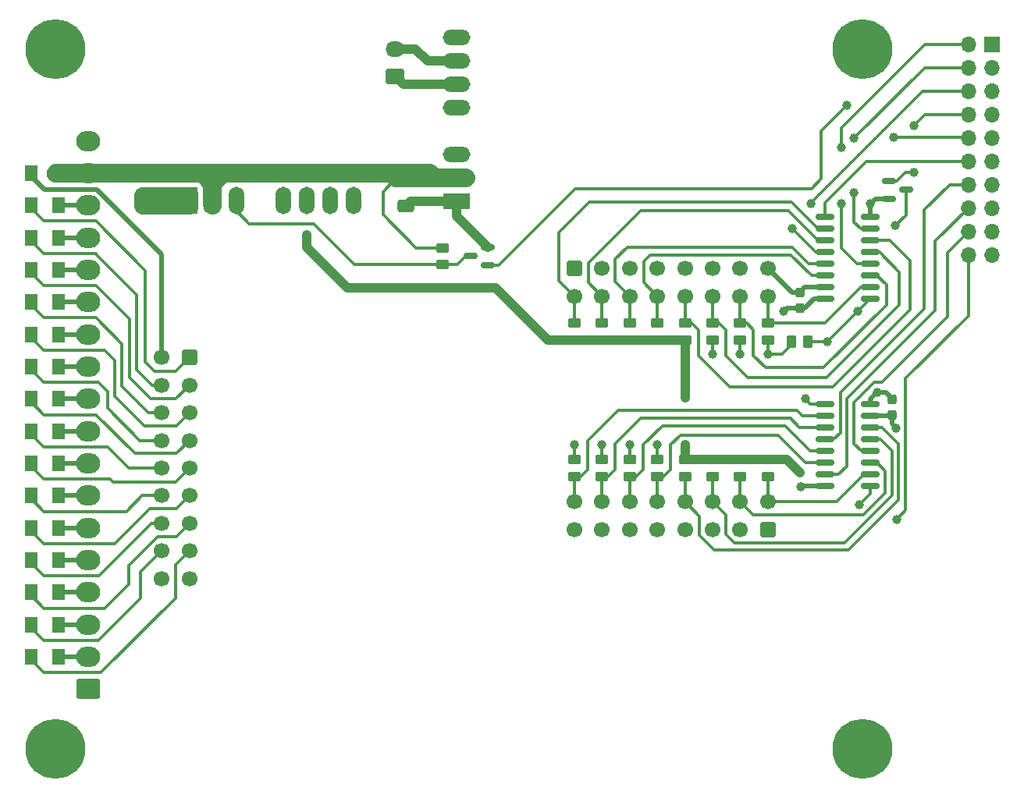
<source format=gbr>
%TF.GenerationSoftware,KiCad,Pcbnew,8.0.9-8.0.9-0~ubuntu24.04.1*%
%TF.CreationDate,2025-03-05T09:33:49+00:00*%
%TF.ProjectId,BMS-Mux-PCB,424d532d-4d75-4782-9d50-43422e6b6963,rev?*%
%TF.SameCoordinates,Original*%
%TF.FileFunction,Copper,L1,Top*%
%TF.FilePolarity,Positive*%
%FSLAX46Y46*%
G04 Gerber Fmt 4.6, Leading zero omitted, Abs format (unit mm)*
G04 Created by KiCad (PCBNEW 8.0.9-8.0.9-0~ubuntu24.04.1) date 2025-03-05 09:33:49*
%MOMM*%
%LPD*%
G01*
G04 APERTURE LIST*
G04 Aperture macros list*
%AMRoundRect*
0 Rectangle with rounded corners*
0 $1 Rounding radius*
0 $2 $3 $4 $5 $6 $7 $8 $9 X,Y pos of 4 corners*
0 Add a 4 corners polygon primitive as box body*
4,1,4,$2,$3,$4,$5,$6,$7,$8,$9,$2,$3,0*
0 Add four circle primitives for the rounded corners*
1,1,$1+$1,$2,$3*
1,1,$1+$1,$4,$5*
1,1,$1+$1,$6,$7*
1,1,$1+$1,$8,$9*
0 Add four rect primitives between the rounded corners*
20,1,$1+$1,$2,$3,$4,$5,0*
20,1,$1+$1,$4,$5,$6,$7,0*
20,1,$1+$1,$6,$7,$8,$9,0*
20,1,$1+$1,$8,$9,$2,$3,0*%
G04 Aperture macros list end*
%TA.AperFunction,SMDPad,CuDef*%
%ADD10RoundRect,0.250000X0.450000X-0.262500X0.450000X0.262500X-0.450000X0.262500X-0.450000X-0.262500X0*%
%TD*%
%TA.AperFunction,SMDPad,CuDef*%
%ADD11RoundRect,0.250000X-0.650000X0.412500X-0.650000X-0.412500X0.650000X-0.412500X0.650000X0.412500X0*%
%TD*%
%TA.AperFunction,SMDPad,CuDef*%
%ADD12RoundRect,0.250001X0.462499X0.624999X-0.462499X0.624999X-0.462499X-0.624999X0.462499X-0.624999X0*%
%TD*%
%TA.AperFunction,ComponentPad*%
%ADD13C,6.500000*%
%TD*%
%TA.AperFunction,SMDPad,CuDef*%
%ADD14RoundRect,0.250000X0.262500X0.450000X-0.262500X0.450000X-0.262500X-0.450000X0.262500X-0.450000X0*%
%TD*%
%TA.AperFunction,ComponentPad*%
%ADD15RoundRect,0.283334X0.726666X-0.566666X0.726666X0.566666X-0.726666X0.566666X-0.726666X-0.566666X0*%
%TD*%
%TA.AperFunction,ComponentPad*%
%ADD16O,2.020000X1.700000*%
%TD*%
%TA.AperFunction,SMDPad,CuDef*%
%ADD17RoundRect,0.250000X-0.450000X0.262500X-0.450000X-0.262500X0.450000X-0.262500X0.450000X0.262500X0*%
%TD*%
%TA.AperFunction,ComponentPad*%
%ADD18R,1.700000X3.000000*%
%TD*%
%TA.AperFunction,ComponentPad*%
%ADD19O,1.700000X3.000000*%
%TD*%
%TA.AperFunction,SMDPad,CuDef*%
%ADD20RoundRect,0.150000X0.587500X0.150000X-0.587500X0.150000X-0.587500X-0.150000X0.587500X-0.150000X0*%
%TD*%
%TA.AperFunction,ComponentPad*%
%ADD21RoundRect,0.283334X0.566666X0.566666X-0.566666X0.566666X-0.566666X-0.566666X0.566666X-0.566666X0*%
%TD*%
%TA.AperFunction,ComponentPad*%
%ADD22C,1.700000*%
%TD*%
%TA.AperFunction,SMDPad,CuDef*%
%ADD23RoundRect,0.150000X-0.587500X-0.150000X0.587500X-0.150000X0.587500X0.150000X-0.587500X0.150000X0*%
%TD*%
%TA.AperFunction,ComponentPad*%
%ADD24R,3.000000X1.700000*%
%TD*%
%TA.AperFunction,ComponentPad*%
%ADD25O,3.000000X1.700000*%
%TD*%
%TA.AperFunction,ComponentPad*%
%ADD26RoundRect,0.275000X1.025000X-0.825000X1.025000X0.825000X-1.025000X0.825000X-1.025000X-0.825000X0*%
%TD*%
%TA.AperFunction,ComponentPad*%
%ADD27O,2.600000X2.200000*%
%TD*%
%TA.AperFunction,ComponentPad*%
%ADD28RoundRect,0.283334X-0.566666X-0.566666X0.566666X-0.566666X0.566666X0.566666X-0.566666X0.566666X0*%
%TD*%
%TA.AperFunction,SMDPad,CuDef*%
%ADD29RoundRect,0.150000X-0.825000X-0.150000X0.825000X-0.150000X0.825000X0.150000X-0.825000X0.150000X0*%
%TD*%
%TA.AperFunction,SMDPad,CuDef*%
%ADD30RoundRect,0.237500X-0.237500X0.300000X-0.237500X-0.300000X0.237500X-0.300000X0.237500X0.300000X0*%
%TD*%
%TA.AperFunction,ComponentPad*%
%ADD31RoundRect,0.283334X-0.566666X0.566666X-0.566666X-0.566666X0.566666X-0.566666X0.566666X0.566666X0*%
%TD*%
%TA.AperFunction,SMDPad,CuDef*%
%ADD32RoundRect,0.150000X0.825000X0.150000X-0.825000X0.150000X-0.825000X-0.150000X0.825000X-0.150000X0*%
%TD*%
%TA.AperFunction,SMDPad,CuDef*%
%ADD33RoundRect,0.237500X0.237500X-0.300000X0.237500X0.300000X-0.237500X0.300000X-0.237500X-0.300000X0*%
%TD*%
%TA.AperFunction,ComponentPad*%
%ADD34R,1.700000X1.700000*%
%TD*%
%TA.AperFunction,ComponentPad*%
%ADD35O,1.700000X1.700000*%
%TD*%
%TA.AperFunction,ViaPad*%
%ADD36C,1.000000*%
%TD*%
%TA.AperFunction,Conductor*%
%ADD37C,1.000000*%
%TD*%
%TA.AperFunction,Conductor*%
%ADD38C,0.350000*%
%TD*%
%TA.AperFunction,Conductor*%
%ADD39C,0.500000*%
%TD*%
%TA.AperFunction,Conductor*%
%ADD40C,0.300000*%
%TD*%
G04 APERTURE END LIST*
D10*
%TO.P,R11,1*%
%TO.N,/SENS_11*%
X132750000Y-101912500D03*
%TO.P,R11,2*%
%TO.N,+3V3*%
X132750000Y-100087500D03*
%TD*%
D11*
%TO.P,C4,1*%
%TO.N,+V_BAT*%
X108500000Y-69437500D03*
%TO.P,C4,2*%
%TO.N,GND*%
X108500000Y-72562500D03*
%TD*%
D12*
%TO.P,F16,1*%
%TO.N,+V_BAT*%
X70787500Y-69000000D03*
%TO.P,F16,2*%
%TO.N,/BATT_16*%
X67812500Y-69000000D03*
%TD*%
%TO.P,F12,1*%
%TO.N,Net-(J4-Pin_13)*%
X70800000Y-83000000D03*
%TO.P,F12,2*%
%TO.N,/BATT_12*%
X67825000Y-83000000D03*
%TD*%
%TO.P,F2,1*%
%TO.N,Net-(J4-Pin_3)*%
X70787500Y-118000000D03*
%TO.P,F2,2*%
%TO.N,/BATT_2*%
X67812500Y-118000000D03*
%TD*%
D13*
%TO.P,H4,1,1*%
%TO.N,unconnected-(H4-Pad1)*%
X70500000Y-131500000D03*
%TD*%
D12*
%TO.P,F3,1*%
%TO.N,Net-(J4-Pin_4)*%
X70800000Y-114500000D03*
%TO.P,F3,2*%
%TO.N,/BATT_3*%
X67825000Y-114500000D03*
%TD*%
D13*
%TO.P,H1,1,1*%
%TO.N,unconnected-(H1-Pad1)*%
X158000000Y-55500000D03*
%TD*%
D14*
%TO.P,R17,1*%
%TO.N,/MUX_SW*%
X152112500Y-87300000D03*
%TO.P,R17,2*%
%TO.N,+3V3*%
X150287500Y-87300000D03*
%TD*%
D15*
%TO.P,J5,1,Pin_1*%
%TO.N,/+12V_ISO*%
X107320000Y-58500000D03*
D16*
%TO.P,J5,2,Pin_2*%
%TO.N,/GND_ISO*%
X107320000Y-55500000D03*
%TD*%
D17*
%TO.P,R6,1*%
%TO.N,/SENS_6*%
X132750000Y-85250000D03*
%TO.P,R6,2*%
%TO.N,+3V3*%
X132750000Y-87075000D03*
%TD*%
D10*
%TO.P,R13,1*%
%TO.N,/SENS_13*%
X138750000Y-101912500D03*
%TO.P,R13,2*%
%TO.N,+3V3*%
X138750000Y-100087500D03*
%TD*%
D12*
%TO.P,F4,1*%
%TO.N,Net-(J4-Pin_5)*%
X70800000Y-111000000D03*
%TO.P,F4,2*%
%TO.N,/BATT_4*%
X67825000Y-111000000D03*
%TD*%
D18*
%TO.P,U4,1,-VIN*%
%TO.N,GND*%
X85000000Y-72000000D03*
D19*
%TO.P,U4,2,+VIN*%
%TO.N,+V_BAT*%
X87540000Y-72000000D03*
%TO.P,U4,3,ON/~{OFF}*%
%TO.N,/EN_SIG*%
X90080000Y-72000000D03*
%TO.P,U4,5,NC*%
%TO.N,unconnected-(U4-NC-Pad5)*%
X95160000Y-72000000D03*
%TO.P,U4,6,+VOUT*%
%TO.N,+3V3*%
X97700000Y-72000000D03*
%TO.P,U4,7,-VOUT*%
%TO.N,GND*%
X100240000Y-72000000D03*
%TO.P,U4,8,NC*%
%TO.N,unconnected-(U4-NC-Pad8)*%
X102780000Y-72000000D03*
%TD*%
D12*
%TO.P,F11,1*%
%TO.N,Net-(J4-Pin_12)*%
X70800000Y-86500000D03*
%TO.P,F11,2*%
%TO.N,/BATT_11*%
X67825000Y-86500000D03*
%TD*%
%TO.P,F15,1*%
%TO.N,Net-(J4-Pin_16)*%
X70800000Y-72500000D03*
%TO.P,F15,2*%
%TO.N,/BATT_15*%
X67825000Y-72500000D03*
%TD*%
%TO.P,F14,1*%
%TO.N,Net-(J4-Pin_15)*%
X70787500Y-76000000D03*
%TO.P,F14,2*%
%TO.N,/BATT_14*%
X67812500Y-76000000D03*
%TD*%
D20*
%TO.P,Q2,1,G*%
%TO.N,/GPIO6_EN*%
X117375000Y-78950000D03*
%TO.P,Q2,2,S*%
%TO.N,GND*%
X117375000Y-77050000D03*
%TO.P,Q2,3,D*%
%TO.N,/EN_SIG*%
X115500000Y-78000000D03*
%TD*%
D12*
%TO.P,F9,1*%
%TO.N,Net-(J4-Pin_10)*%
X70800000Y-93500000D03*
%TO.P,F9,2*%
%TO.N,/BATT_9*%
X67825000Y-93500000D03*
%TD*%
D17*
%TO.P,R8,1*%
%TO.N,/SENS_8*%
X126750000Y-85250000D03*
%TO.P,R8,2*%
%TO.N,+3V3*%
X126750000Y-87075000D03*
%TD*%
%TO.P,R1,1*%
%TO.N,/SENS_1*%
X147750000Y-85250000D03*
%TO.P,R1,2*%
%TO.N,+3V3*%
X147750000Y-87075000D03*
%TD*%
D21*
%TO.P,J2,1,Pin_1*%
%TO.N,GND*%
X147750000Y-107665000D03*
D22*
%TO.P,J2,2,Pin_2*%
X144750000Y-107665000D03*
%TO.P,J2,3,Pin_3*%
X141750000Y-107665000D03*
%TO.P,J2,4,Pin_4*%
X138750000Y-107665000D03*
%TO.P,J2,5,Pin_5*%
X135750000Y-107665000D03*
%TO.P,J2,6,Pin_6*%
X132750000Y-107665000D03*
%TO.P,J2,7,Pin_7*%
X129750000Y-107665000D03*
%TO.P,J2,8,Pin_8*%
X126750000Y-107665000D03*
%TO.P,J2,9,Pin_9*%
%TO.N,/SENS_16*%
X147750000Y-104665000D03*
%TO.P,J2,10,Pin_10*%
%TO.N,/SENS_15*%
X144750000Y-104665000D03*
%TO.P,J2,11,Pin_11*%
%TO.N,/SENS_14*%
X141750000Y-104665000D03*
%TO.P,J2,12,Pin_12*%
%TO.N,/SENS_13*%
X138750000Y-104665000D03*
%TO.P,J2,13,Pin_13*%
%TO.N,/SENS_12*%
X135750000Y-104665000D03*
%TO.P,J2,14,Pin_14*%
%TO.N,/SENS_11*%
X132750000Y-104665000D03*
%TO.P,J2,15,Pin_15*%
%TO.N,/SENS_10*%
X129750000Y-104665000D03*
%TO.P,J2,16,Pin_16*%
%TO.N,/SENS_9*%
X126750000Y-104665000D03*
%TD*%
D23*
%TO.P,Q1,1,G*%
%TO.N,/GPIO5_SW*%
X160862500Y-69850000D03*
%TO.P,Q1,2,S*%
%TO.N,GND*%
X160862500Y-71750000D03*
%TO.P,Q1,3,D*%
%TO.N,/MUX_SW*%
X162737500Y-70800000D03*
%TD*%
D10*
%TO.P,R18,1*%
%TO.N,/EN_SIG*%
X112500000Y-78912500D03*
%TO.P,R18,2*%
%TO.N,+V_BAT*%
X112500000Y-77087500D03*
%TD*%
D24*
%TO.P,U3,1,-VIN*%
%TO.N,GND*%
X114000000Y-72080000D03*
D25*
%TO.P,U3,2,+VIN*%
%TO.N,+V_BAT*%
X114000000Y-69540000D03*
%TO.P,U3,3,ON/~{OFF}*%
%TO.N,unconnected-(U3-ON{slash}~{OFF}-Pad3)*%
X114000000Y-67000000D03*
%TO.P,U3,5,NC*%
%TO.N,unconnected-(U3-NC-Pad5)*%
X114000000Y-61920000D03*
%TO.P,U3,6,+VOUT*%
%TO.N,/+12V_ISO*%
X114000000Y-59380000D03*
%TO.P,U3,7,-VOUT*%
%TO.N,/GND_ISO*%
X114000000Y-56840000D03*
%TO.P,U3,8,NC*%
%TO.N,unconnected-(U3-NC-Pad8)*%
X114000000Y-54300000D03*
%TD*%
D11*
%TO.P,C3,1*%
%TO.N,+V_BAT*%
X80800000Y-69237500D03*
%TO.P,C3,2*%
%TO.N,GND*%
X80800000Y-72362500D03*
%TD*%
D26*
%TO.P,J4,1,Pin_1*%
%TO.N,GND*%
X74000000Y-125000000D03*
D27*
%TO.P,J4,2,Pin_2*%
%TO.N,Net-(J4-Pin_2)*%
X74000000Y-121500000D03*
%TO.P,J4,3,Pin_3*%
%TO.N,Net-(J4-Pin_3)*%
X74000000Y-118000000D03*
%TO.P,J4,4,Pin_4*%
%TO.N,Net-(J4-Pin_4)*%
X74000000Y-114500000D03*
%TO.P,J4,5,Pin_5*%
%TO.N,Net-(J4-Pin_5)*%
X74000000Y-111000000D03*
%TO.P,J4,6,Pin_6*%
%TO.N,Net-(J4-Pin_6)*%
X74000000Y-107500000D03*
%TO.P,J4,7,Pin_7*%
%TO.N,Net-(J4-Pin_7)*%
X74000000Y-104000000D03*
%TO.P,J4,8,Pin_8*%
%TO.N,Net-(J4-Pin_8)*%
X74000000Y-100500000D03*
%TO.P,J4,9,Pin_9*%
%TO.N,Net-(J4-Pin_9)*%
X74000000Y-97000000D03*
%TO.P,J4,10,Pin_10*%
%TO.N,Net-(J4-Pin_10)*%
X74000000Y-93500000D03*
%TO.P,J4,11,Pin_11*%
%TO.N,Net-(J4-Pin_11)*%
X74000000Y-90000000D03*
%TO.P,J4,12,Pin_12*%
%TO.N,Net-(J4-Pin_12)*%
X74000000Y-86500000D03*
%TO.P,J4,13,Pin_13*%
%TO.N,Net-(J4-Pin_13)*%
X74000000Y-83000000D03*
%TO.P,J4,14,Pin_14*%
%TO.N,Net-(J4-Pin_14)*%
X74000000Y-79500000D03*
%TO.P,J4,15,Pin_15*%
%TO.N,Net-(J4-Pin_15)*%
X74000000Y-76000000D03*
%TO.P,J4,16,Pin_16*%
%TO.N,Net-(J4-Pin_16)*%
X74000000Y-72500000D03*
%TO.P,J4,17,Pin_17*%
%TO.N,+V_BAT*%
X74000000Y-69000000D03*
%TO.P,J4,18,Pin_18*%
%TO.N,unconnected-(J4-Pin_18-Pad18)*%
X74000000Y-65500000D03*
%TD*%
D17*
%TO.P,R7,1*%
%TO.N,/SENS_7*%
X129750000Y-85250000D03*
%TO.P,R7,2*%
%TO.N,+3V3*%
X129750000Y-87075000D03*
%TD*%
D28*
%TO.P,J1,1,Pin_1*%
%TO.N,GND*%
X126750000Y-79335000D03*
D22*
%TO.P,J1,2,Pin_2*%
X129750000Y-79335000D03*
%TO.P,J1,3,Pin_3*%
X132750000Y-79335000D03*
%TO.P,J1,4,Pin_4*%
X135750000Y-79335000D03*
%TO.P,J1,5,Pin_5*%
X138750000Y-79335000D03*
%TO.P,J1,6,Pin_6*%
X141750000Y-79335000D03*
%TO.P,J1,7,Pin_7*%
X144750000Y-79335000D03*
%TO.P,J1,8,Pin_8*%
X147750000Y-79335000D03*
%TO.P,J1,9,Pin_9*%
%TO.N,/SENS_8*%
X126750000Y-82335000D03*
%TO.P,J1,10,Pin_10*%
%TO.N,/SENS_7*%
X129750000Y-82335000D03*
%TO.P,J1,11,Pin_11*%
%TO.N,/SENS_6*%
X132750000Y-82335000D03*
%TO.P,J1,12,Pin_12*%
%TO.N,/SENS_5*%
X135750000Y-82335000D03*
%TO.P,J1,13,Pin_13*%
%TO.N,/SENS_4*%
X138750000Y-82335000D03*
%TO.P,J1,14,Pin_14*%
%TO.N,/SENS_3*%
X141750000Y-82335000D03*
%TO.P,J1,15,Pin_15*%
%TO.N,/SENS_2*%
X144750000Y-82335000D03*
%TO.P,J1,16,Pin_16*%
%TO.N,/SENS_1*%
X147750000Y-82335000D03*
%TD*%
D29*
%TO.P,U2,1,S*%
%TO.N,/MUX_SW*%
X153925000Y-94055000D03*
%TO.P,U2,2*%
%TO.N,/SENS_9*%
X153925000Y-95325000D03*
%TO.P,U2,3*%
%TO.N,/SENS_10*%
X153925000Y-96595000D03*
%TO.P,U2,4*%
%TO.N,/GPIO7_ADC*%
X153925000Y-97865000D03*
%TO.P,U2,5*%
%TO.N,/SENS_11*%
X153925000Y-99135000D03*
%TO.P,U2,6*%
%TO.N,/SENS_12*%
X153925000Y-100405000D03*
%TO.P,U2,7*%
%TO.N,/GPIO8_ADC*%
X153925000Y-101675000D03*
%TO.P,U2,8,GND*%
%TO.N,GND*%
X153925000Y-102945000D03*
%TO.P,U2,9*%
%TO.N,/GPIO10_ADC*%
X158875000Y-102945000D03*
%TO.P,U2,10*%
%TO.N,/SENS_16*%
X158875000Y-101675000D03*
%TO.P,U2,11*%
%TO.N,/SENS_15*%
X158875000Y-100405000D03*
%TO.P,U2,12*%
%TO.N,/GPIO9_ADC*%
X158875000Y-99135000D03*
%TO.P,U2,13*%
%TO.N,/SENS_14*%
X158875000Y-97865000D03*
%TO.P,U2,14*%
%TO.N,/SENS_13*%
X158875000Y-96595000D03*
%TO.P,U2,15,~{OE}*%
%TO.N,GND*%
X158875000Y-95325000D03*
%TO.P,U2,16,VCC*%
%TO.N,+3V3*%
X158875000Y-94055000D03*
%TD*%
D10*
%TO.P,R9,1*%
%TO.N,/SENS_9*%
X126750000Y-101912500D03*
%TO.P,R9,2*%
%TO.N,+3V3*%
X126750000Y-100087500D03*
%TD*%
D17*
%TO.P,R2,1*%
%TO.N,/SENS_2*%
X144750000Y-85250000D03*
%TO.P,R2,2*%
%TO.N,+3V3*%
X144750000Y-87075000D03*
%TD*%
D30*
%TO.P,C1,1*%
%TO.N,+3V3*%
X161200000Y-93537500D03*
%TO.P,C1,2*%
%TO.N,GND*%
X161200000Y-95262500D03*
%TD*%
D10*
%TO.P,R15,1*%
%TO.N,/SENS_15*%
X144750000Y-101912500D03*
%TO.P,R15,2*%
%TO.N,+3V3*%
X144750000Y-100087500D03*
%TD*%
D12*
%TO.P,F13,1*%
%TO.N,Net-(J4-Pin_14)*%
X70800000Y-79500000D03*
%TO.P,F13,2*%
%TO.N,/BATT_13*%
X67825000Y-79500000D03*
%TD*%
D13*
%TO.P,H3,1,1*%
%TO.N,unconnected-(H3-Pad1)*%
X158000000Y-131500000D03*
%TD*%
D10*
%TO.P,R16,1*%
%TO.N,/SENS_16*%
X147750000Y-101912500D03*
%TO.P,R16,2*%
%TO.N,+3V3*%
X147750000Y-100087500D03*
%TD*%
D31*
%TO.P,J3,1,Pin_1*%
%TO.N,/BATT_15*%
X85000000Y-89000000D03*
D22*
%TO.P,J3,2,Pin_2*%
%TO.N,/BATT_13*%
X85000000Y-92000000D03*
%TO.P,J3,3,Pin_3*%
%TO.N,/BATT_11*%
X85000000Y-95000000D03*
%TO.P,J3,4,Pin_4*%
%TO.N,/BATT_9*%
X85000000Y-98000000D03*
%TO.P,J3,5,Pin_5*%
%TO.N,/BATT_7*%
X85000000Y-101000000D03*
%TO.P,J3,6,Pin_6*%
%TO.N,/BATT_5*%
X85000000Y-104000000D03*
%TO.P,J3,7,Pin_7*%
%TO.N,/BATT_3*%
X85000000Y-107000000D03*
%TO.P,J3,8,Pin_8*%
%TO.N,/BATT_1*%
X85000000Y-110000000D03*
%TO.P,J3,9,Pin_9*%
%TO.N,GND*%
X85000000Y-113000000D03*
%TO.P,J3,10,Pin_10*%
%TO.N,/BATT_16*%
X82000000Y-89000000D03*
%TO.P,J3,11,Pin_11*%
%TO.N,/BATT_14*%
X82000000Y-92000000D03*
%TO.P,J3,12,Pin_12*%
%TO.N,/BATT_12*%
X82000000Y-95000000D03*
%TO.P,J3,13,Pin_13*%
%TO.N,/BATT_10*%
X82000000Y-98000000D03*
%TO.P,J3,14,Pin_14*%
%TO.N,/BATT_8*%
X82000000Y-101000000D03*
%TO.P,J3,15,Pin_15*%
%TO.N,/BATT_6*%
X82000000Y-104000000D03*
%TO.P,J3,16,Pin_16*%
%TO.N,/BATT_4*%
X82000000Y-107000000D03*
%TO.P,J3,17,Pin_17*%
%TO.N,/BATT_2*%
X82000000Y-110000000D03*
%TO.P,J3,18,Pin_18*%
%TO.N,unconnected-(J3-Pin_18-Pad18)*%
X82000000Y-113000000D03*
%TD*%
D10*
%TO.P,R14,1*%
%TO.N,/SENS_14*%
X141750000Y-101912500D03*
%TO.P,R14,2*%
%TO.N,+3V3*%
X141750000Y-100087500D03*
%TD*%
D17*
%TO.P,R3,1*%
%TO.N,/SENS_3*%
X141750000Y-85250000D03*
%TO.P,R3,2*%
%TO.N,+3V3*%
X141750000Y-87075000D03*
%TD*%
D12*
%TO.P,F8,1*%
%TO.N,Net-(J4-Pin_9)*%
X70800000Y-97000000D03*
%TO.P,F8,2*%
%TO.N,/BATT_8*%
X67825000Y-97000000D03*
%TD*%
D32*
%TO.P,U1,1,S*%
%TO.N,/MUX_SW*%
X158875000Y-82645000D03*
%TO.P,U1,2*%
%TO.N,/SENS_1*%
X158875000Y-81375000D03*
%TO.P,U1,3*%
%TO.N,/SENS_2*%
X158875000Y-80105000D03*
%TO.P,U1,4*%
%TO.N,/GPIO1_ADC*%
X158875000Y-78835000D03*
%TO.P,U1,5*%
%TO.N,/SENS_3*%
X158875000Y-77565000D03*
%TO.P,U1,6*%
%TO.N,/SENS_4*%
X158875000Y-76295000D03*
%TO.P,U1,7*%
%TO.N,/GPIO2_ADC*%
X158875000Y-75025000D03*
%TO.P,U1,8,GND*%
%TO.N,GND*%
X158875000Y-73755000D03*
%TO.P,U1,9*%
%TO.N,/GPIO6_ADC*%
X153925000Y-73755000D03*
%TO.P,U1,10*%
%TO.N,/SENS_8*%
X153925000Y-75025000D03*
%TO.P,U1,11*%
%TO.N,/SENS_7*%
X153925000Y-76295000D03*
%TO.P,U1,12*%
%TO.N,/GPIO3_ADC*%
X153925000Y-77565000D03*
%TO.P,U1,13*%
%TO.N,/SENS_6*%
X153925000Y-78835000D03*
%TO.P,U1,14*%
%TO.N,/SENS_5*%
X153925000Y-80105000D03*
%TO.P,U1,15,~{OE}*%
%TO.N,GND*%
X153925000Y-81375000D03*
%TO.P,U1,16,VCC*%
%TO.N,+3V3*%
X153925000Y-82645000D03*
%TD*%
D10*
%TO.P,R10,1*%
%TO.N,/SENS_10*%
X129750000Y-101912500D03*
%TO.P,R10,2*%
%TO.N,+3V3*%
X129750000Y-100087500D03*
%TD*%
D17*
%TO.P,R4,1*%
%TO.N,/SENS_4*%
X138750000Y-85250000D03*
%TO.P,R4,2*%
%TO.N,+3V3*%
X138750000Y-87075000D03*
%TD*%
D10*
%TO.P,R12,1*%
%TO.N,/SENS_12*%
X135750000Y-101912500D03*
%TO.P,R12,2*%
%TO.N,+3V3*%
X135750000Y-100087500D03*
%TD*%
D12*
%TO.P,F1,1*%
%TO.N,Net-(J4-Pin_2)*%
X70787500Y-121500000D03*
%TO.P,F1,2*%
%TO.N,/BATT_1*%
X67812500Y-121500000D03*
%TD*%
D33*
%TO.P,C2,1*%
%TO.N,+3V3*%
X151200000Y-83662500D03*
%TO.P,C2,2*%
%TO.N,GND*%
X151200000Y-81937500D03*
%TD*%
D13*
%TO.P,H2,1,1*%
%TO.N,unconnected-(H2-Pad1)*%
X70500000Y-55500000D03*
%TD*%
D12*
%TO.P,F7,1*%
%TO.N,Net-(J4-Pin_8)*%
X70800000Y-100500000D03*
%TO.P,F7,2*%
%TO.N,/BATT_7*%
X67825000Y-100500000D03*
%TD*%
%TO.P,F10,1*%
%TO.N,Net-(J4-Pin_11)*%
X70800000Y-90000000D03*
%TO.P,F10,2*%
%TO.N,/BATT_10*%
X67825000Y-90000000D03*
%TD*%
%TO.P,F5,1*%
%TO.N,Net-(J4-Pin_6)*%
X70787500Y-107500000D03*
%TO.P,F5,2*%
%TO.N,/BATT_5*%
X67812500Y-107500000D03*
%TD*%
D17*
%TO.P,R5,1*%
%TO.N,/SENS_5*%
X135750000Y-85250000D03*
%TO.P,R5,2*%
%TO.N,+3V3*%
X135750000Y-87075000D03*
%TD*%
D12*
%TO.P,F6,1*%
%TO.N,Net-(J4-Pin_7)*%
X70800000Y-104000000D03*
%TO.P,F6,2*%
%TO.N,/BATT_6*%
X67825000Y-104000000D03*
%TD*%
D34*
%TO.P,J6,1,Pin_1*%
%TO.N,GND*%
X172040000Y-55000000D03*
D35*
%TO.P,J6,2,Pin_2*%
%TO.N,/GPIO1_ADC*%
X169500000Y-55000000D03*
%TO.P,J6,3,Pin_3*%
%TO.N,GND*%
X172040000Y-57540000D03*
%TO.P,J6,4,Pin_4*%
%TO.N,/GPIO2_ADC*%
X169500000Y-57540000D03*
%TO.P,J6,5,Pin_5*%
%TO.N,GND*%
X172040000Y-60080000D03*
%TO.P,J6,6,Pin_6*%
%TO.N,/GPIO3_ADC*%
X169500000Y-60080000D03*
%TO.P,J6,7,Pin_7*%
%TO.N,GND*%
X172040000Y-62620000D03*
%TO.P,J6,8,Pin_8*%
%TO.N,/GPIO5_SW*%
X169500000Y-62620000D03*
%TO.P,J6,9,Pin_9*%
%TO.N,GND*%
X172040000Y-65160000D03*
%TO.P,J6,10,Pin_10*%
%TO.N,/GPIO6_EN*%
X169500000Y-65160000D03*
%TO.P,J6,11,Pin_11*%
%TO.N,GND*%
X172040000Y-67700000D03*
%TO.P,J6,12,Pin_12*%
%TO.N,/GPIO6_ADC*%
X169500000Y-67700000D03*
%TO.P,J6,13,Pin_13*%
%TO.N,GND*%
X172040000Y-70240000D03*
%TO.P,J6,14,Pin_14*%
%TO.N,/GPIO7_ADC*%
X169500000Y-70240000D03*
%TO.P,J6,15,Pin_15*%
%TO.N,GND*%
X172040000Y-72780000D03*
%TO.P,J6,16,Pin_16*%
%TO.N,/GPIO8_ADC*%
X169500000Y-72780000D03*
%TO.P,J6,17,Pin_17*%
%TO.N,GND*%
X172040000Y-75320000D03*
%TO.P,J6,18,Pin_18*%
%TO.N,/GPIO9_ADC*%
X169500000Y-75320000D03*
%TO.P,J6,19,Pin_19*%
%TO.N,GND*%
X172040000Y-77860000D03*
%TO.P,J6,20,Pin_20*%
%TO.N,/GPIO10_ADC*%
X169500000Y-77860000D03*
%TD*%
D36*
%TO.N,GND*%
X151300000Y-103000000D03*
X161650000Y-96665077D03*
X158900000Y-72300000D03*
%TO.N,+3V3*%
X126750000Y-98500000D03*
X151200000Y-101500000D03*
X149500000Y-84000000D03*
X97700000Y-75700000D03*
X141750000Y-88650000D03*
X138800000Y-93400000D03*
X138800000Y-88700000D03*
X144750000Y-88650000D03*
X138750000Y-98500000D03*
X147750000Y-88650000D03*
X129750000Y-98500000D03*
X159622910Y-92822910D03*
X135750000Y-98500000D03*
X132750000Y-98500000D03*
%TO.N,/GPIO3_ADC*%
X152400000Y-72300000D03*
X150400000Y-75000000D03*
%TO.N,/GPIO2_ADC*%
X157100000Y-71100000D03*
X157100000Y-65200000D03*
%TO.N,/GPIO6_EN*%
X161400000Y-65100000D03*
X156300000Y-61600000D03*
%TO.N,/GPIO5_SW*%
X163600000Y-68900000D03*
X163600000Y-63800000D03*
%TO.N,/GPIO1_ADC*%
X155700000Y-66200000D03*
X155700000Y-72300000D03*
%TO.N,/GPIO10_ADC*%
X157700000Y-105000000D03*
X161700000Y-106600000D03*
%TO.N,/MUX_SW*%
X151800000Y-93500000D03*
X157510000Y-84010000D03*
X161600000Y-74700000D03*
X154200000Y-87300000D03*
%TD*%
D37*
%TO.N,GND*%
X114000000Y-72080000D02*
X108982500Y-72080000D01*
D38*
X147750000Y-79335000D02*
X147750000Y-79350000D01*
D37*
X114000000Y-73675000D02*
X117375000Y-77050000D01*
D39*
X158875000Y-95325000D02*
X161137500Y-95325000D01*
X159450000Y-71750000D02*
X158900000Y-72300000D01*
D37*
X114000000Y-72080000D02*
X114000000Y-73675000D01*
D39*
X158900000Y-72300000D02*
X158900000Y-73730000D01*
X151355000Y-102945000D02*
X151300000Y-103000000D01*
X161200000Y-95262500D02*
X161200000Y-96215077D01*
X161200000Y-96215077D02*
X161650000Y-96665077D01*
X160862500Y-71750000D02*
X159450000Y-71750000D01*
X158900000Y-73730000D02*
X158875000Y-73755000D01*
X161137500Y-95325000D02*
X161200000Y-95262500D01*
X151200000Y-81937500D02*
X150352500Y-81937500D01*
X153925000Y-102945000D02*
X151355000Y-102945000D01*
X151762500Y-81375000D02*
X153925000Y-81375000D01*
D37*
X108982500Y-72080000D02*
X108500000Y-72562500D01*
D39*
X150352500Y-81937500D02*
X147750000Y-79335000D01*
X151200000Y-81937500D02*
X151762500Y-81375000D01*
%TO.N,+3V3*%
X151200000Y-83662500D02*
X151737500Y-83662500D01*
X151737500Y-83662500D02*
X152755000Y-82645000D01*
D37*
X138750000Y-98500000D02*
X138750000Y-100087500D01*
X97700000Y-75700000D02*
X97700000Y-77000000D01*
D40*
X132750000Y-98500000D02*
X132750000Y-100087500D01*
X144750000Y-88650000D02*
X144750000Y-87062500D01*
D39*
X161200000Y-93537500D02*
X161200000Y-93500000D01*
D40*
X135750000Y-98500000D02*
X135750000Y-100087500D01*
X129750000Y-98500000D02*
X129750000Y-100087500D01*
X141750000Y-88650000D02*
X141750000Y-87062500D01*
D39*
X149837500Y-83662500D02*
X149500000Y-84000000D01*
D37*
X138750000Y-100087500D02*
X147750000Y-100087500D01*
D40*
X147750000Y-88650000D02*
X147750000Y-87062500D01*
X126750000Y-98500000D02*
X126750000Y-100087500D01*
D37*
X149787500Y-100087500D02*
X147750000Y-100087500D01*
X123875000Y-87075000D02*
X138750000Y-87075000D01*
D39*
X151200000Y-83662500D02*
X149837500Y-83662500D01*
D37*
X138750000Y-88650000D02*
X138800000Y-88700000D01*
X138750000Y-87075000D02*
X138750000Y-88650000D01*
X151200000Y-101500000D02*
X149787500Y-100087500D01*
X102100000Y-81400000D02*
X118200000Y-81400000D01*
D39*
X160522910Y-92822910D02*
X159622910Y-92822910D01*
X161200000Y-93500000D02*
X160522910Y-92822910D01*
X159577090Y-92822910D02*
X158875000Y-93525000D01*
D40*
X147750000Y-88650000D02*
X149250000Y-88650000D01*
D39*
X152755000Y-82645000D02*
X153925000Y-82645000D01*
D40*
X149250000Y-88650000D02*
X150287500Y-87612500D01*
D37*
X118200000Y-81400000D02*
X123875000Y-87075000D01*
X138800000Y-88700000D02*
X138800000Y-93400000D01*
D39*
X159622910Y-92822910D02*
X159577090Y-92822910D01*
X158875000Y-93525000D02*
X158875000Y-94055000D01*
D40*
X150287500Y-87612500D02*
X150287500Y-87300000D01*
D37*
X97700000Y-77000000D02*
X102100000Y-81400000D01*
D40*
%TO.N,+V_BAT*%
X106000000Y-71000000D02*
X107562500Y-69437500D01*
X112500000Y-77087500D02*
X109587500Y-77087500D01*
X107562500Y-69437500D02*
X108500000Y-69437500D01*
X109587500Y-77087500D02*
X106000000Y-73500000D01*
X106000000Y-73500000D02*
X106000000Y-71000000D01*
D39*
%TO.N,/BATT_16*%
X67512500Y-69000000D02*
X69262500Y-70750000D01*
X69262500Y-70750000D02*
X74924874Y-70750000D01*
X82000000Y-77825126D02*
X82000000Y-89000000D01*
X74924874Y-70750000D02*
X82000000Y-77825126D01*
%TO.N,Net-(J4-Pin_16)*%
X70487500Y-72500000D02*
X74000000Y-72500000D01*
D38*
%TO.N,/BATT_15*%
X69212500Y-74200000D02*
X74833452Y-74200000D01*
X81200000Y-90500000D02*
X83500000Y-90500000D01*
X83500000Y-90500000D02*
X85000000Y-89000000D01*
X67512500Y-72500000D02*
X69212500Y-74200000D01*
X74833452Y-74200000D02*
X80200000Y-79566548D01*
X80200000Y-89500000D02*
X81200000Y-90500000D01*
X80200000Y-79566548D02*
X80200000Y-89500000D01*
D39*
%TO.N,Net-(J4-Pin_15)*%
X70475000Y-76000000D02*
X74000000Y-76000000D01*
D38*
%TO.N,/BATT_14*%
X67500000Y-76000000D02*
X69200000Y-77700000D01*
X69200000Y-77700000D02*
X74500000Y-77700000D01*
X74500000Y-77700000D02*
X74768808Y-77700000D01*
X79300000Y-90300000D02*
X81000000Y-92000000D01*
X74500000Y-77700000D02*
X74833452Y-77700000D01*
X79300000Y-82231192D02*
X79300000Y-90300000D01*
X81000000Y-92000000D02*
X82000000Y-92000000D01*
X74768808Y-77700000D02*
X79300000Y-82231192D01*
D39*
%TO.N,Net-(J4-Pin_14)*%
X70475000Y-79500000D02*
X74000000Y-79500000D01*
D38*
%TO.N,/BATT_13*%
X80799998Y-93500000D02*
X83500000Y-93500000D01*
X74833452Y-81200000D02*
X78500000Y-84866548D01*
X78500000Y-84866548D02*
X78500000Y-91200002D01*
X78500000Y-91200002D02*
X80799998Y-93500000D01*
X69200000Y-81200000D02*
X74833452Y-81200000D01*
X83500000Y-93500000D02*
X85000000Y-92000000D01*
X67500000Y-79500000D02*
X69200000Y-81200000D01*
D39*
%TO.N,Net-(J4-Pin_13)*%
X70487500Y-83000000D02*
X74000000Y-83000000D01*
D38*
%TO.N,/BATT_12*%
X77650000Y-92150000D02*
X80500000Y-95000000D01*
X67512500Y-83000000D02*
X69212500Y-84700000D01*
X80500000Y-95000000D02*
X82000000Y-95000000D01*
X74833452Y-84700000D02*
X77650000Y-87516548D01*
X69212500Y-84700000D02*
X74833452Y-84700000D01*
X77650000Y-87516548D02*
X77650000Y-92150000D01*
%TO.N,/BATT_11*%
X80125000Y-96425000D02*
X76900000Y-93200000D01*
X69200000Y-88200000D02*
X67500000Y-86500000D01*
X76900000Y-89300000D02*
X75800000Y-88200000D01*
X83575000Y-96425000D02*
X80125000Y-96425000D01*
X76900000Y-93200000D02*
X76900000Y-89300000D01*
X85000000Y-95000000D02*
X83575000Y-96425000D01*
X75800000Y-88200000D02*
X69200000Y-88200000D01*
D39*
%TO.N,Net-(J4-Pin_12)*%
X70475000Y-86500000D02*
X74000000Y-86500000D01*
%TO.N,Net-(J4-Pin_11)*%
X74000000Y-90000000D02*
X70475000Y-90000000D01*
D38*
%TO.N,/BATT_10*%
X76100000Y-92700000D02*
X76100000Y-94500000D01*
X69200000Y-91700000D02*
X75100000Y-91700000D01*
X76100000Y-94500000D02*
X79600000Y-98000000D01*
X67500000Y-90000000D02*
X69200000Y-91700000D01*
X79600000Y-98000000D02*
X82000000Y-98000000D01*
X75100000Y-91700000D02*
X76100000Y-92700000D01*
D39*
%TO.N,Net-(J4-Pin_10)*%
X70475000Y-93500000D02*
X74000000Y-93500000D01*
D38*
%TO.N,/BATT_9*%
X79125000Y-99425000D02*
X83575000Y-99425000D01*
X74900000Y-95200000D02*
X79125000Y-99425000D01*
X67500000Y-93500000D02*
X69200000Y-95200000D01*
X83575000Y-99425000D02*
X85000000Y-98000000D01*
X69200000Y-95200000D02*
X74900000Y-95200000D01*
D39*
%TO.N,Net-(J4-Pin_9)*%
X70475000Y-97000000D02*
X74000000Y-97000000D01*
D38*
%TO.N,/BATT_8*%
X69200000Y-98700000D02*
X76100000Y-98700000D01*
X76100000Y-98700000D02*
X78400000Y-101000000D01*
X67500000Y-97000000D02*
X69200000Y-98700000D01*
X78400000Y-101000000D02*
X82000000Y-101000000D01*
D39*
%TO.N,Net-(J4-Pin_8)*%
X74000000Y-100500000D02*
X70475000Y-100500000D01*
D38*
%TO.N,/BATT_7*%
X67500000Y-100500000D02*
X69200000Y-102200000D01*
X83500000Y-102500000D02*
X85000000Y-101000000D01*
X76400000Y-102200000D02*
X76700000Y-102500000D01*
X69200000Y-102200000D02*
X76400000Y-102200000D01*
X76700000Y-102500000D02*
X83500000Y-102500000D01*
D39*
%TO.N,Net-(J4-Pin_7)*%
X70475000Y-104000000D02*
X74000000Y-104000000D01*
D38*
%TO.N,/BATT_6*%
X79900000Y-104000000D02*
X82000000Y-104000000D01*
X67500000Y-104000000D02*
X69200000Y-105700000D01*
X69200000Y-105700000D02*
X78200000Y-105700000D01*
X78200000Y-105700000D02*
X79900000Y-104000000D01*
D39*
%TO.N,Net-(J4-Pin_6)*%
X74000000Y-107500000D02*
X70475000Y-107500000D01*
D38*
%TO.N,/BATT_5*%
X69200000Y-109200000D02*
X76900000Y-109200000D01*
X76900000Y-109200000D02*
X80675000Y-105425000D01*
X67500000Y-107500000D02*
X69200000Y-109200000D01*
X80675000Y-105425000D02*
X83575000Y-105425000D01*
X83575000Y-105425000D02*
X85000000Y-104000000D01*
D39*
%TO.N,Net-(J4-Pin_5)*%
X70475000Y-111000000D02*
X74000000Y-111000000D01*
D38*
%TO.N,/BATT_4*%
X80900000Y-107000000D02*
X82000000Y-107000000D01*
X69200000Y-112700000D02*
X75200000Y-112700000D01*
X67500000Y-111000000D02*
X69200000Y-112700000D01*
X75200000Y-112700000D02*
X80900000Y-107000000D01*
%TO.N,/BATT_3*%
X75800000Y-116200000D02*
X78400000Y-113600000D01*
X83575000Y-108425000D02*
X85000000Y-107000000D01*
X81559745Y-108425000D02*
X83575000Y-108425000D01*
X78400000Y-111584745D02*
X81559745Y-108425000D01*
X67512500Y-114500000D02*
X69212500Y-116200000D01*
X69212500Y-116200000D02*
X75800000Y-116200000D01*
X78400000Y-113600000D02*
X78400000Y-111584745D01*
D39*
%TO.N,Net-(J4-Pin_4)*%
X70487500Y-114500000D02*
X74000000Y-114500000D01*
D38*
%TO.N,/BATT_2*%
X79700000Y-112300000D02*
X82000000Y-110000000D01*
X79700000Y-115100000D02*
X79700000Y-112300000D01*
X69200000Y-119700000D02*
X75100000Y-119700000D01*
X75100000Y-119700000D02*
X79700000Y-115100000D01*
X67500000Y-118000000D02*
X69200000Y-119700000D01*
D39*
%TO.N,Net-(J4-Pin_3)*%
X70475000Y-118000000D02*
X74000000Y-118000000D01*
%TO.N,Net-(J4-Pin_2)*%
X70487500Y-121500000D02*
X74000000Y-121500000D01*
D40*
%TO.N,/BATT_1*%
X83500000Y-115100000D02*
X83500000Y-111500000D01*
X69212500Y-123200000D02*
X75400000Y-123200000D01*
X75400000Y-123200000D02*
X83500000Y-115100000D01*
X83500000Y-111500000D02*
X85000000Y-110000000D01*
X67512500Y-121500000D02*
X69212500Y-123200000D01*
%TO.N,/SENS_8*%
X128400000Y-72100000D02*
X150300894Y-72100000D01*
X126750000Y-82335000D02*
X125100000Y-80685000D01*
X125100000Y-80685000D02*
X125100000Y-75400000D01*
X126750000Y-85250000D02*
X126750000Y-82335000D01*
X153225894Y-75025000D02*
X153925000Y-75025000D01*
X125100000Y-75400000D02*
X128400000Y-72100000D01*
X150300894Y-72100000D02*
X153225894Y-75025000D01*
%TO.N,/SENS_7*%
X133935000Y-73065000D02*
X149995894Y-73065000D01*
X129750000Y-82335000D02*
X128300000Y-80885000D01*
X128300000Y-78700000D02*
X133935000Y-73065000D01*
X129750000Y-85250000D02*
X129750000Y-82335000D01*
X153225894Y-76295000D02*
X153925000Y-76295000D01*
X149995894Y-73065000D02*
X153225894Y-76295000D01*
X128300000Y-80885000D02*
X128300000Y-78700000D01*
%TO.N,/SENS_6*%
X131200000Y-80785000D02*
X131200000Y-78300000D01*
X132750000Y-82335000D02*
X131200000Y-80785000D01*
X132750000Y-85250000D02*
X132750000Y-82335000D01*
X152187716Y-78835000D02*
X153925000Y-78835000D01*
X150352716Y-77000000D02*
X152187716Y-78835000D01*
X132500000Y-77000000D02*
X150352716Y-77000000D01*
X131200000Y-78300000D02*
X132500000Y-77000000D01*
%TO.N,/SENS_3*%
X142450000Y-85250000D02*
X143200000Y-86000000D01*
X154100000Y-91200000D02*
X162000000Y-83300000D01*
X143200000Y-86000000D02*
X143200000Y-88800000D01*
X141750000Y-85250000D02*
X142450000Y-85250000D01*
X143200000Y-88800000D02*
X145600000Y-91200000D01*
X141750000Y-85250000D02*
X141750000Y-82335000D01*
X159854156Y-77565000D02*
X158875000Y-77565000D01*
X162000000Y-79710844D02*
X159854156Y-77565000D01*
X145600000Y-91200000D02*
X154100000Y-91200000D01*
X162000000Y-83300000D02*
X162000000Y-79710844D01*
%TO.N,/SENS_5*%
X135000000Y-77900000D02*
X150262766Y-77900000D01*
X134300000Y-78600000D02*
X135000000Y-77900000D01*
X135750000Y-85250000D02*
X135750000Y-82335000D01*
X152467766Y-80105000D02*
X153925000Y-80105000D01*
X134300000Y-80885000D02*
X134300000Y-78600000D01*
X135750000Y-82335000D02*
X134300000Y-80885000D01*
X150262766Y-77900000D02*
X152467766Y-80105000D01*
%TO.N,/SENS_1*%
X147750000Y-85250000D02*
X153950000Y-85250000D01*
X147750000Y-85250000D02*
X147750000Y-82335000D01*
X153950000Y-85250000D02*
X157825000Y-81375000D01*
X157825000Y-81375000D02*
X158875000Y-81375000D01*
%TO.N,/SENS_4*%
X140200000Y-86000000D02*
X140200000Y-88800000D01*
X140200000Y-88800000D02*
X143600000Y-92200000D01*
X143600000Y-92200000D02*
X154800000Y-92200000D01*
X163200000Y-83800000D02*
X163200000Y-78500000D01*
X138750000Y-85250000D02*
X139450000Y-85250000D01*
X163200000Y-78500000D02*
X160995000Y-76295000D01*
X138750000Y-85250000D02*
X138750000Y-82335000D01*
X139450000Y-85250000D02*
X140200000Y-86000000D01*
X160995000Y-76295000D02*
X158875000Y-76295000D01*
X154800000Y-92200000D02*
X163200000Y-83800000D01*
%TO.N,/SENS_2*%
X146200000Y-88800000D02*
X147500000Y-90100000D01*
X145450000Y-85250000D02*
X146200000Y-86000000D01*
X160600000Y-83300000D02*
X160600000Y-81130894D01*
X159574106Y-80105000D02*
X158875000Y-80105000D01*
X144750000Y-85250000D02*
X145450000Y-85250000D01*
X160600000Y-81130894D02*
X159574106Y-80105000D01*
X146200000Y-86000000D02*
X146200000Y-88800000D01*
X144750000Y-85250000D02*
X144750000Y-82335000D01*
X147500000Y-90100000D02*
X153800000Y-90100000D01*
X153800000Y-90100000D02*
X160600000Y-83300000D01*
%TO.N,/SENS_14*%
X143200000Y-106115000D02*
X143200000Y-108200000D01*
X144100000Y-109100000D02*
X156100000Y-109100000D01*
X161200000Y-99100000D02*
X159965000Y-97865000D01*
X159965000Y-97865000D02*
X158875000Y-97865000D01*
X156100000Y-109100000D02*
X161200000Y-104000000D01*
X161200000Y-104000000D02*
X161200000Y-99100000D01*
X141750000Y-104665000D02*
X141750000Y-101912500D01*
X143200000Y-108200000D02*
X144100000Y-109100000D01*
X141750000Y-104665000D02*
X143200000Y-106115000D01*
%TO.N,/SENS_16*%
X158175894Y-101675000D02*
X158875000Y-101675000D01*
X155185894Y-104665000D02*
X158175894Y-101675000D01*
X147750000Y-104665000D02*
X155185894Y-104665000D01*
X147750000Y-104665000D02*
X147750000Y-101912500D01*
%TO.N,/SENS_12*%
X135750000Y-101912500D02*
X136450000Y-101912500D01*
X136450000Y-101912500D02*
X137200000Y-101162500D01*
X151805000Y-100405000D02*
X153925000Y-100405000D01*
X138250000Y-97450000D02*
X148850000Y-97450000D01*
X137200000Y-101162500D02*
X137200000Y-98500000D01*
X148850000Y-97450000D02*
X151805000Y-100405000D01*
X137200000Y-98500000D02*
X138250000Y-97450000D01*
X135750000Y-104665000D02*
X135750000Y-101912500D01*
%TO.N,/SENS_13*%
X138750000Y-104665000D02*
X138750000Y-101912500D01*
X156500000Y-109900000D02*
X161900000Y-104500000D01*
X140300000Y-106215000D02*
X140300000Y-108260000D01*
X138750000Y-104665000D02*
X140300000Y-106215000D01*
X141940000Y-109900000D02*
X156500000Y-109900000D01*
X161900000Y-98400000D02*
X160095000Y-96595000D01*
X140300000Y-108260000D02*
X141940000Y-109900000D01*
X161900000Y-104500000D02*
X161900000Y-98400000D01*
X160095000Y-96595000D02*
X158875000Y-96595000D01*
%TO.N,/SENS_15*%
X144750000Y-104665000D02*
X146185000Y-106100000D01*
X159605000Y-100405000D02*
X158875000Y-100405000D01*
X160500000Y-101300000D02*
X159605000Y-100405000D01*
X146185000Y-106100000D02*
X158084925Y-106100000D01*
X160500000Y-103684925D02*
X160500000Y-101300000D01*
X144750000Y-104665000D02*
X144750000Y-101912500D01*
X158084925Y-106100000D02*
X160500000Y-103684925D01*
%TO.N,/SENS_11*%
X149600000Y-96400000D02*
X152335000Y-99135000D01*
X134200000Y-101162500D02*
X134200000Y-98495000D01*
X136295000Y-96400000D02*
X149600000Y-96400000D01*
X132750000Y-104665000D02*
X132750000Y-101912500D01*
X134200000Y-98495000D02*
X136295000Y-96400000D01*
X133450000Y-101912500D02*
X134200000Y-101162500D01*
X132750000Y-101912500D02*
X133450000Y-101912500D01*
X152335000Y-99135000D02*
X153925000Y-99135000D01*
%TO.N,/SENS_9*%
X128200000Y-101162500D02*
X128200000Y-98000000D01*
X126750000Y-104665000D02*
X126750000Y-101912500D01*
X126750000Y-101912500D02*
X127450000Y-101912500D01*
X128200000Y-98000000D02*
X131500000Y-94700000D01*
X127450000Y-101912500D02*
X128200000Y-101162500D01*
X150900000Y-94700000D02*
X151525000Y-95325000D01*
X151525000Y-95325000D02*
X153925000Y-95325000D01*
X131500000Y-94700000D02*
X150900000Y-94700000D01*
%TO.N,/SENS_10*%
X129750000Y-104665000D02*
X129750000Y-101912500D01*
X131200000Y-101162500D02*
X131200000Y-98400000D01*
X130450000Y-101912500D02*
X131200000Y-101162500D01*
X131200000Y-98400000D02*
X134000000Y-95600000D01*
X150200000Y-95600000D02*
X151195000Y-96595000D01*
X129750000Y-101912500D02*
X130450000Y-101912500D01*
X151195000Y-96595000D02*
X153925000Y-96595000D01*
X134000000Y-95600000D02*
X150200000Y-95600000D01*
D37*
%TO.N,/GND_ISO*%
X109500000Y-55500000D02*
X110840000Y-56840000D01*
X107320000Y-55500000D02*
X109500000Y-55500000D01*
X110840000Y-56840000D02*
X114000000Y-56840000D01*
%TO.N,/+12V_ISO*%
X108200000Y-59380000D02*
X114000000Y-59380000D01*
X107320000Y-58500000D02*
X108200000Y-59380000D01*
D40*
%TO.N,/GPIO3_ADC*%
X152950001Y-77565000D02*
X153925000Y-77565000D01*
X150400000Y-75014999D02*
X152950001Y-77565000D01*
X152400000Y-72200000D02*
X164520000Y-60080000D01*
X152400000Y-72300000D02*
X152400000Y-72200000D01*
X150400000Y-75000000D02*
X150400000Y-75014999D01*
X164520000Y-60080000D02*
X169500000Y-60080000D01*
%TO.N,/GPIO9_ADC*%
X159260894Y-91700000D02*
X160100000Y-91700000D01*
X157100000Y-98334999D02*
X157100000Y-93860894D01*
X160100000Y-91700000D02*
X167200000Y-84600000D01*
X158875000Y-99135000D02*
X157900001Y-99135000D01*
X167200000Y-84600000D02*
X167200000Y-77620000D01*
X157100000Y-93860894D02*
X159260894Y-91700000D01*
X157900001Y-99135000D02*
X157100000Y-98334999D01*
X167200000Y-77620000D02*
X169500000Y-75320000D01*
%TO.N,/GPIO7_ADC*%
X167460000Y-70240000D02*
X169500000Y-70240000D01*
X155600000Y-92800000D02*
X164700000Y-83700000D01*
X164700000Y-83700000D02*
X164700000Y-73000000D01*
X153925000Y-97865000D02*
X154899999Y-97865000D01*
X154899999Y-97865000D02*
X155600000Y-97164999D01*
X164700000Y-73000000D02*
X167460000Y-70240000D01*
X155600000Y-97164999D02*
X155600000Y-92800000D01*
%TO.N,/GPIO2_ADC*%
X157100000Y-71100000D02*
X157100000Y-74300000D01*
X157100000Y-74300000D02*
X157825000Y-75025000D01*
X157825000Y-75025000D02*
X158875000Y-75025000D01*
X164760000Y-57540000D02*
X169500000Y-57540000D01*
X169500000Y-57540000D02*
X169500000Y-58099106D01*
X157100000Y-65200000D02*
X164760000Y-57540000D01*
%TO.N,/GPIO8_ADC*%
X165900000Y-76380000D02*
X169500000Y-72780000D01*
X156300000Y-100800000D02*
X156300000Y-93500000D01*
X155425000Y-101675000D02*
X156300000Y-100800000D01*
X153925000Y-101675000D02*
X155425000Y-101675000D01*
X156300000Y-93500000D02*
X165900000Y-83900000D01*
X165900000Y-83900000D02*
X165900000Y-76380000D01*
%TO.N,/GPIO6_EN*%
X117375000Y-78950000D02*
X118550000Y-78950000D01*
X126850000Y-70650000D02*
X152476346Y-70650000D01*
X153500000Y-64400000D02*
X156300000Y-61600000D01*
X161400000Y-65100000D02*
X169440000Y-65100000D01*
X153500000Y-69626346D02*
X153500000Y-64400000D01*
X152476346Y-70650000D02*
X153500000Y-69626346D01*
X169440000Y-65100000D02*
X169500000Y-65160000D01*
X118550000Y-78950000D02*
X126850000Y-70650000D01*
%TO.N,/GPIO5_SW*%
X161750000Y-69850000D02*
X160862500Y-69850000D01*
X163600000Y-63800000D02*
X164780000Y-62620000D01*
X164780000Y-62620000D02*
X169500000Y-62620000D01*
X162700000Y-68900000D02*
X161750000Y-69850000D01*
X163600000Y-68900000D02*
X162700000Y-68900000D01*
%TO.N,/GPIO6_ADC*%
X153925000Y-73755000D02*
X153925000Y-72175000D01*
X153925000Y-72175000D02*
X158400000Y-67700000D01*
X158400000Y-67700000D02*
X169500000Y-67700000D01*
%TO.N,/GPIO1_ADC*%
X164800000Y-55000000D02*
X169500000Y-55000000D01*
X157435000Y-78835000D02*
X158875000Y-78835000D01*
X155700000Y-64100000D02*
X164800000Y-55000000D01*
X155700000Y-66200000D02*
X155700000Y-64100000D01*
X155700000Y-77100000D02*
X157435000Y-78835000D01*
X155700000Y-72300000D02*
X155700000Y-77100000D01*
%TO.N,/GPIO10_ADC*%
X161700000Y-106600000D02*
X162700000Y-105600000D01*
X162700000Y-105600000D02*
X162700000Y-91300000D01*
X158875000Y-102945000D02*
X158875000Y-103825000D01*
X158875000Y-103825000D02*
X157700000Y-105000000D01*
X162700000Y-91300000D02*
X169500000Y-84500000D01*
X169500000Y-84500000D02*
X169500000Y-77860000D01*
%TO.N,/MUX_SW*%
X157460000Y-84060000D02*
X158875000Y-82645000D01*
X151800000Y-93500000D02*
X152355000Y-94055000D01*
X152355000Y-94055000D02*
X153925000Y-94055000D01*
X162737500Y-73562500D02*
X161600000Y-74700000D01*
X154200000Y-87300000D02*
X152112500Y-87300000D01*
X154220000Y-87300000D02*
X157460000Y-84060000D01*
X162737500Y-70800000D02*
X162737500Y-73562500D01*
X154200000Y-87300000D02*
X154220000Y-87300000D01*
%TO.N,/EN_SIG*%
X115500000Y-78000000D02*
X115000000Y-78000000D01*
X90080000Y-73080000D02*
X90080000Y-72000000D01*
X114087500Y-78912500D02*
X112500000Y-78912500D01*
X91500000Y-74500000D02*
X90080000Y-73080000D01*
X112500000Y-78912500D02*
X102912500Y-78912500D01*
X98500000Y-74500000D02*
X91500000Y-74500000D01*
X102912500Y-78912500D02*
X98500000Y-74500000D01*
X115000000Y-78000000D02*
X114087500Y-78912500D01*
%TD*%
%TA.AperFunction,Conductor*%
%TO.N,+V_BAT*%
G36*
X111152508Y-68000597D02*
G01*
X111300818Y-68015204D01*
X111324644Y-68019943D01*
X111461409Y-68061430D01*
X111483853Y-68070728D01*
X111609883Y-68138092D01*
X111630093Y-68151596D01*
X111750000Y-68250000D01*
X112000000Y-68500000D01*
X114993907Y-68500000D01*
X115006061Y-68500597D01*
X115182941Y-68518018D01*
X115206769Y-68522757D01*
X115371001Y-68572576D01*
X115393453Y-68581877D01*
X115544798Y-68662772D01*
X115565010Y-68676277D01*
X115697666Y-68785145D01*
X115714854Y-68802333D01*
X115823722Y-68934989D01*
X115837227Y-68955201D01*
X115918121Y-69106543D01*
X115927424Y-69129001D01*
X115977240Y-69293224D01*
X115981982Y-69317065D01*
X115998802Y-69487846D01*
X115998802Y-69512154D01*
X115981982Y-69682934D01*
X115977240Y-69706775D01*
X115927424Y-69870998D01*
X115918121Y-69893456D01*
X115837227Y-70044798D01*
X115823722Y-70065010D01*
X115714854Y-70197666D01*
X115697666Y-70214854D01*
X115565010Y-70323722D01*
X115544798Y-70337227D01*
X115393456Y-70418121D01*
X115370998Y-70427424D01*
X115206775Y-70477240D01*
X115182934Y-70481982D01*
X115006061Y-70499403D01*
X114993907Y-70500000D01*
X110000000Y-70500000D01*
X109500000Y-70500000D01*
X107359646Y-70500000D01*
X107347492Y-70499403D01*
X107199188Y-70484796D01*
X107175348Y-70480054D01*
X107038596Y-70438571D01*
X107016141Y-70429269D01*
X106890116Y-70361907D01*
X106869906Y-70348403D01*
X106750000Y-70250000D01*
X106749999Y-70249999D01*
X106500000Y-70000000D01*
X106146447Y-70000000D01*
X106146444Y-70000000D01*
X102897516Y-70000000D01*
X102887793Y-69999618D01*
X102886293Y-69999500D01*
X102886287Y-69999500D01*
X102673713Y-69999500D01*
X102673707Y-69999500D01*
X102672207Y-69999618D01*
X102662484Y-70000000D01*
X100357516Y-70000000D01*
X100347793Y-69999618D01*
X100346293Y-69999500D01*
X100346287Y-69999500D01*
X100133713Y-69999500D01*
X100133707Y-69999500D01*
X100132207Y-69999618D01*
X100122484Y-70000000D01*
X97817516Y-70000000D01*
X97807793Y-69999618D01*
X97806293Y-69999500D01*
X97806287Y-69999500D01*
X97593713Y-69999500D01*
X97593707Y-69999500D01*
X97592207Y-69999618D01*
X97582484Y-70000000D01*
X95277516Y-70000000D01*
X95267793Y-69999618D01*
X95266293Y-69999500D01*
X95266287Y-69999500D01*
X95053713Y-69999500D01*
X95053707Y-69999500D01*
X95052207Y-69999618D01*
X95042484Y-70000000D01*
X90197516Y-70000000D01*
X90187793Y-69999618D01*
X90186293Y-69999500D01*
X90186287Y-69999500D01*
X89973713Y-69999500D01*
X89973707Y-69999500D01*
X89972207Y-69999618D01*
X89962484Y-70000000D01*
X89353556Y-70000000D01*
X89353553Y-70000000D01*
X89000000Y-70000000D01*
X88750010Y-70249989D01*
X88749999Y-70249999D01*
X88749989Y-70250010D01*
X88500000Y-70500000D01*
X88500000Y-70853553D01*
X88500000Y-70853556D01*
X88500000Y-72493907D01*
X88499403Y-72506061D01*
X88481982Y-72682934D01*
X88477240Y-72706775D01*
X88427424Y-72870998D01*
X88418121Y-72893456D01*
X88337227Y-73044798D01*
X88323722Y-73065010D01*
X88214854Y-73197666D01*
X88197666Y-73214854D01*
X88065010Y-73323722D01*
X88044798Y-73337227D01*
X87893456Y-73418121D01*
X87870998Y-73427424D01*
X87706775Y-73477240D01*
X87682934Y-73481982D01*
X87512154Y-73498802D01*
X87487846Y-73498802D01*
X87317065Y-73481982D01*
X87293224Y-73477240D01*
X87129001Y-73427424D01*
X87106543Y-73418121D01*
X86955201Y-73337227D01*
X86934989Y-73323722D01*
X86802333Y-73214854D01*
X86785145Y-73197666D01*
X86676277Y-73065010D01*
X86662772Y-73044798D01*
X86581878Y-72893456D01*
X86572575Y-72870998D01*
X86522757Y-72706769D01*
X86518018Y-72682943D01*
X86504771Y-72548444D01*
X86504324Y-72530242D01*
X86504891Y-72518707D01*
X86505500Y-72493907D01*
X86505500Y-71506092D01*
X86504891Y-71481292D01*
X86504294Y-71469138D01*
X86502469Y-71444389D01*
X86500597Y-71425382D01*
X86500000Y-71413229D01*
X86500000Y-70853556D01*
X86500000Y-70853553D01*
X86500000Y-70500000D01*
X86315285Y-70315285D01*
X86313244Y-70309814D01*
X86293796Y-70257669D01*
X86292518Y-70255962D01*
X86207547Y-70142455D01*
X86207544Y-70142452D01*
X86092335Y-70056206D01*
X86092328Y-70056202D01*
X86034713Y-70034713D01*
X86000000Y-70000000D01*
X85902525Y-70000000D01*
X85897883Y-69999501D01*
X85897881Y-69999500D01*
X85897873Y-69999500D01*
X85897865Y-69999500D01*
X85081692Y-69999500D01*
X85069541Y-69998903D01*
X85055612Y-69997531D01*
X85030873Y-69995706D01*
X85018714Y-69995109D01*
X85011473Y-69994931D01*
X84993907Y-69994500D01*
X80006093Y-69994500D01*
X79989229Y-69994914D01*
X79981285Y-69995109D01*
X79969126Y-69995706D01*
X79944395Y-69997530D01*
X79925385Y-69999403D01*
X79913232Y-70000000D01*
X75009960Y-70000000D01*
X74999782Y-69999500D01*
X74998792Y-69999500D01*
X70501016Y-69999500D01*
X70488862Y-69998903D01*
X70317065Y-69981982D01*
X70293224Y-69977240D01*
X70129001Y-69927424D01*
X70106543Y-69918121D01*
X69955201Y-69837227D01*
X69934989Y-69823722D01*
X69802333Y-69714854D01*
X69785145Y-69697666D01*
X69676277Y-69565010D01*
X69662772Y-69544798D01*
X69581877Y-69393453D01*
X69572575Y-69370998D01*
X69548983Y-69293224D01*
X69522757Y-69206769D01*
X69518018Y-69182941D01*
X69501197Y-69012153D01*
X69501197Y-68987846D01*
X69506403Y-68934989D01*
X69518018Y-68817056D01*
X69522757Y-68793232D01*
X69572577Y-68628994D01*
X69581875Y-68606549D01*
X69662775Y-68455195D01*
X69676272Y-68434995D01*
X69785149Y-68302328D01*
X69802328Y-68285149D01*
X69934995Y-68176272D01*
X69955195Y-68162775D01*
X70106549Y-68081875D01*
X70128994Y-68072577D01*
X70293232Y-68022757D01*
X70317056Y-68018018D01*
X70493939Y-68000597D01*
X70506093Y-68000000D01*
X97500000Y-68000000D01*
X111140354Y-68000000D01*
X111152508Y-68000597D01*
G37*
%TD.AperFunction*%
%TD*%
%TA.AperFunction,Conductor*%
%TO.N,GND*%
G36*
X85006061Y-70500597D02*
G01*
X85182941Y-70518018D01*
X85206769Y-70522757D01*
X85371001Y-70572576D01*
X85393453Y-70581877D01*
X85544798Y-70662772D01*
X85565010Y-70676277D01*
X85697666Y-70785145D01*
X85714854Y-70802333D01*
X85823722Y-70934989D01*
X85837227Y-70955201D01*
X85918121Y-71106543D01*
X85927424Y-71129001D01*
X85977240Y-71293224D01*
X85981982Y-71317065D01*
X85999403Y-71493938D01*
X86000000Y-71506092D01*
X86000000Y-72493907D01*
X85999403Y-72506061D01*
X85981982Y-72682934D01*
X85977240Y-72706775D01*
X85927424Y-72870998D01*
X85918121Y-72893456D01*
X85837227Y-73044798D01*
X85823722Y-73065010D01*
X85714854Y-73197666D01*
X85697666Y-73214854D01*
X85565010Y-73323722D01*
X85544798Y-73337227D01*
X85393456Y-73418121D01*
X85370998Y-73427424D01*
X85206775Y-73477240D01*
X85182934Y-73481982D01*
X85006061Y-73499403D01*
X84993907Y-73500000D01*
X80006093Y-73500000D01*
X79993939Y-73499403D01*
X79817065Y-73481982D01*
X79793224Y-73477240D01*
X79629001Y-73427424D01*
X79606543Y-73418121D01*
X79455201Y-73337227D01*
X79434989Y-73323722D01*
X79302333Y-73214854D01*
X79285145Y-73197666D01*
X79176277Y-73065010D01*
X79162772Y-73044798D01*
X79081878Y-72893456D01*
X79072575Y-72870998D01*
X79022757Y-72706769D01*
X79018018Y-72682941D01*
X79000597Y-72506061D01*
X79000000Y-72493907D01*
X79000000Y-71506092D01*
X79000597Y-71493938D01*
X79018018Y-71317056D01*
X79022757Y-71293232D01*
X79072577Y-71128994D01*
X79081875Y-71106549D01*
X79162775Y-70955195D01*
X79176272Y-70934995D01*
X79285149Y-70802328D01*
X79302328Y-70785149D01*
X79434995Y-70676272D01*
X79455195Y-70662775D01*
X79606549Y-70581875D01*
X79628994Y-70572577D01*
X79793232Y-70522757D01*
X79817056Y-70518018D01*
X79993939Y-70500597D01*
X80006093Y-70500000D01*
X84993907Y-70500000D01*
X85006061Y-70500597D01*
G37*
%TD.AperFunction*%
%TD*%
M02*

</source>
